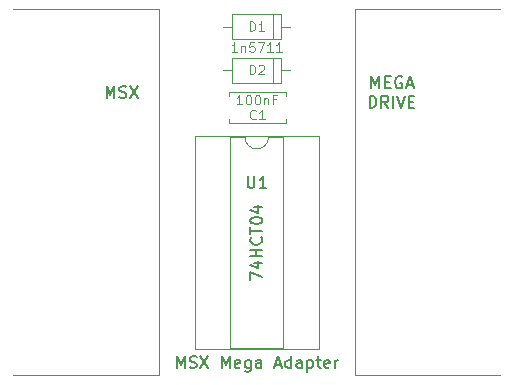
<source format=gto>
G04 #@! TF.GenerationSoftware,KiCad,Pcbnew,(5.1.8)-1*
G04 #@! TF.CreationDate,2021-03-27T16:05:23+01:00*
G04 #@! TF.ProjectId,MSX Mega Adapter,4d535820-4d65-4676-9120-416461707465,rev?*
G04 #@! TF.SameCoordinates,Original*
G04 #@! TF.FileFunction,Legend,Top*
G04 #@! TF.FilePolarity,Positive*
%FSLAX46Y46*%
G04 Gerber Fmt 4.6, Leading zero omitted, Abs format (unit mm)*
G04 Created by KiCad (PCBNEW (5.1.8)-1) date 2021-03-27 16:05:23*
%MOMM*%
%LPD*%
G01*
G04 APERTURE LIST*
%ADD10C,0.150000*%
%ADD11C,0.120000*%
%ADD12C,0.100000*%
G04 APERTURE END LIST*
D10*
X141160714Y-66302380D02*
X141160714Y-65302380D01*
X141494047Y-66016666D01*
X141827380Y-65302380D01*
X141827380Y-66302380D01*
X142303571Y-65778571D02*
X142636904Y-65778571D01*
X142779761Y-66302380D02*
X142303571Y-66302380D01*
X142303571Y-65302380D01*
X142779761Y-65302380D01*
X143732142Y-65350000D02*
X143636904Y-65302380D01*
X143494047Y-65302380D01*
X143351190Y-65350000D01*
X143255952Y-65445238D01*
X143208333Y-65540476D01*
X143160714Y-65730952D01*
X143160714Y-65873809D01*
X143208333Y-66064285D01*
X143255952Y-66159523D01*
X143351190Y-66254761D01*
X143494047Y-66302380D01*
X143589285Y-66302380D01*
X143732142Y-66254761D01*
X143779761Y-66207142D01*
X143779761Y-65873809D01*
X143589285Y-65873809D01*
X144160714Y-66016666D02*
X144636904Y-66016666D01*
X144065476Y-66302380D02*
X144398809Y-65302380D01*
X144732142Y-66302380D01*
X140994047Y-67952380D02*
X140994047Y-66952380D01*
X141232142Y-66952380D01*
X141375000Y-67000000D01*
X141470238Y-67095238D01*
X141517857Y-67190476D01*
X141565476Y-67380952D01*
X141565476Y-67523809D01*
X141517857Y-67714285D01*
X141470238Y-67809523D01*
X141375000Y-67904761D01*
X141232142Y-67952380D01*
X140994047Y-67952380D01*
X142565476Y-67952380D02*
X142232142Y-67476190D01*
X141994047Y-67952380D02*
X141994047Y-66952380D01*
X142375000Y-66952380D01*
X142470238Y-67000000D01*
X142517857Y-67047619D01*
X142565476Y-67142857D01*
X142565476Y-67285714D01*
X142517857Y-67380952D01*
X142470238Y-67428571D01*
X142375000Y-67476190D01*
X141994047Y-67476190D01*
X142994047Y-67952380D02*
X142994047Y-66952380D01*
X143327380Y-66952380D02*
X143660714Y-67952380D01*
X143994047Y-66952380D01*
X144327380Y-67428571D02*
X144660714Y-67428571D01*
X144803571Y-67952380D02*
X144327380Y-67952380D01*
X144327380Y-66952380D01*
X144803571Y-66952380D01*
X118729285Y-67127380D02*
X118729285Y-66127380D01*
X119062619Y-66841666D01*
X119395952Y-66127380D01*
X119395952Y-67127380D01*
X119824523Y-67079761D02*
X119967380Y-67127380D01*
X120205476Y-67127380D01*
X120300714Y-67079761D01*
X120348333Y-67032142D01*
X120395952Y-66936904D01*
X120395952Y-66841666D01*
X120348333Y-66746428D01*
X120300714Y-66698809D01*
X120205476Y-66651190D01*
X120015000Y-66603571D01*
X119919761Y-66555952D01*
X119872142Y-66508333D01*
X119824523Y-66413095D01*
X119824523Y-66317857D01*
X119872142Y-66222619D01*
X119919761Y-66175000D01*
X120015000Y-66127380D01*
X120253095Y-66127380D01*
X120395952Y-66175000D01*
X120729285Y-66127380D02*
X121395952Y-67127380D01*
X121395952Y-66127380D02*
X120729285Y-67127380D01*
X124683095Y-89987380D02*
X124683095Y-88987380D01*
X125016428Y-89701666D01*
X125349761Y-88987380D01*
X125349761Y-89987380D01*
X125778333Y-89939761D02*
X125921190Y-89987380D01*
X126159285Y-89987380D01*
X126254523Y-89939761D01*
X126302142Y-89892142D01*
X126349761Y-89796904D01*
X126349761Y-89701666D01*
X126302142Y-89606428D01*
X126254523Y-89558809D01*
X126159285Y-89511190D01*
X125968809Y-89463571D01*
X125873571Y-89415952D01*
X125825952Y-89368333D01*
X125778333Y-89273095D01*
X125778333Y-89177857D01*
X125825952Y-89082619D01*
X125873571Y-89035000D01*
X125968809Y-88987380D01*
X126206904Y-88987380D01*
X126349761Y-89035000D01*
X126683095Y-88987380D02*
X127349761Y-89987380D01*
X127349761Y-88987380D02*
X126683095Y-89987380D01*
X128492619Y-89987380D02*
X128492619Y-88987380D01*
X128825952Y-89701666D01*
X129159285Y-88987380D01*
X129159285Y-89987380D01*
X130016428Y-89939761D02*
X129921190Y-89987380D01*
X129730714Y-89987380D01*
X129635476Y-89939761D01*
X129587857Y-89844523D01*
X129587857Y-89463571D01*
X129635476Y-89368333D01*
X129730714Y-89320714D01*
X129921190Y-89320714D01*
X130016428Y-89368333D01*
X130064047Y-89463571D01*
X130064047Y-89558809D01*
X129587857Y-89654047D01*
X130921190Y-89320714D02*
X130921190Y-90130238D01*
X130873571Y-90225476D01*
X130825952Y-90273095D01*
X130730714Y-90320714D01*
X130587857Y-90320714D01*
X130492619Y-90273095D01*
X130921190Y-89939761D02*
X130825952Y-89987380D01*
X130635476Y-89987380D01*
X130540238Y-89939761D01*
X130492619Y-89892142D01*
X130445000Y-89796904D01*
X130445000Y-89511190D01*
X130492619Y-89415952D01*
X130540238Y-89368333D01*
X130635476Y-89320714D01*
X130825952Y-89320714D01*
X130921190Y-89368333D01*
X131825952Y-89987380D02*
X131825952Y-89463571D01*
X131778333Y-89368333D01*
X131683095Y-89320714D01*
X131492619Y-89320714D01*
X131397380Y-89368333D01*
X131825952Y-89939761D02*
X131730714Y-89987380D01*
X131492619Y-89987380D01*
X131397380Y-89939761D01*
X131349761Y-89844523D01*
X131349761Y-89749285D01*
X131397380Y-89654047D01*
X131492619Y-89606428D01*
X131730714Y-89606428D01*
X131825952Y-89558809D01*
X133016428Y-89701666D02*
X133492619Y-89701666D01*
X132921190Y-89987380D02*
X133254523Y-88987380D01*
X133587857Y-89987380D01*
X134349761Y-89987380D02*
X134349761Y-88987380D01*
X134349761Y-89939761D02*
X134254523Y-89987380D01*
X134064047Y-89987380D01*
X133968809Y-89939761D01*
X133921190Y-89892142D01*
X133873571Y-89796904D01*
X133873571Y-89511190D01*
X133921190Y-89415952D01*
X133968809Y-89368333D01*
X134064047Y-89320714D01*
X134254523Y-89320714D01*
X134349761Y-89368333D01*
X135254523Y-89987380D02*
X135254523Y-89463571D01*
X135206904Y-89368333D01*
X135111666Y-89320714D01*
X134921190Y-89320714D01*
X134825952Y-89368333D01*
X135254523Y-89939761D02*
X135159285Y-89987380D01*
X134921190Y-89987380D01*
X134825952Y-89939761D01*
X134778333Y-89844523D01*
X134778333Y-89749285D01*
X134825952Y-89654047D01*
X134921190Y-89606428D01*
X135159285Y-89606428D01*
X135254523Y-89558809D01*
X135730714Y-89320714D02*
X135730714Y-90320714D01*
X135730714Y-89368333D02*
X135825952Y-89320714D01*
X136016428Y-89320714D01*
X136111666Y-89368333D01*
X136159285Y-89415952D01*
X136206904Y-89511190D01*
X136206904Y-89796904D01*
X136159285Y-89892142D01*
X136111666Y-89939761D01*
X136016428Y-89987380D01*
X135825952Y-89987380D01*
X135730714Y-89939761D01*
X136492619Y-89320714D02*
X136873571Y-89320714D01*
X136635476Y-88987380D02*
X136635476Y-89844523D01*
X136683095Y-89939761D01*
X136778333Y-89987380D01*
X136873571Y-89987380D01*
X137587857Y-89939761D02*
X137492619Y-89987380D01*
X137302142Y-89987380D01*
X137206904Y-89939761D01*
X137159285Y-89844523D01*
X137159285Y-89463571D01*
X137206904Y-89368333D01*
X137302142Y-89320714D01*
X137492619Y-89320714D01*
X137587857Y-89368333D01*
X137635476Y-89463571D01*
X137635476Y-89558809D01*
X137159285Y-89654047D01*
X138064047Y-89987380D02*
X138064047Y-89320714D01*
X138064047Y-89511190D02*
X138111666Y-89415952D01*
X138159285Y-89368333D01*
X138254523Y-89320714D01*
X138349761Y-89320714D01*
D11*
X133895000Y-69255000D02*
X129075000Y-69255000D01*
X133895000Y-66635000D02*
X129075000Y-66635000D01*
X133895000Y-69255000D02*
X133895000Y-68941000D01*
X133895000Y-66949000D02*
X133895000Y-66635000D01*
X129075000Y-69255000D02*
X129075000Y-68941000D01*
X129075000Y-66949000D02*
X129075000Y-66635000D01*
X130445000Y-70425000D02*
X129195000Y-70425000D01*
X129195000Y-70425000D02*
X129195000Y-88325000D01*
X129195000Y-88325000D02*
X133695000Y-88325000D01*
X133695000Y-88325000D02*
X133695000Y-70425000D01*
X133695000Y-70425000D02*
X132445000Y-70425000D01*
X126195000Y-70365000D02*
X126195000Y-88385000D01*
X126195000Y-88385000D02*
X136695000Y-88385000D01*
X136695000Y-88385000D02*
X136695000Y-70365000D01*
X136695000Y-70365000D02*
X126195000Y-70365000D01*
X132445000Y-70425000D02*
G75*
G02*
X130445000Y-70425000I-1000000J0D01*
G01*
X123145000Y-90590000D02*
X110805000Y-90590000D01*
X123145000Y-59620000D02*
X123145000Y-90590000D01*
X110805000Y-59620000D02*
X123145000Y-59620000D01*
X139745000Y-59620000D02*
X152085000Y-59620000D01*
X139745000Y-90590000D02*
X139745000Y-59620000D01*
X152085000Y-90590000D02*
X139745000Y-90590000D01*
X132845000Y-65830000D02*
X132845000Y-63710000D01*
X128615000Y-64770000D02*
X129385000Y-64770000D01*
X134275000Y-64770000D02*
X133505000Y-64770000D01*
X129385000Y-65830000D02*
X133505000Y-65830000D01*
X129385000Y-63710000D02*
X129385000Y-65830000D01*
X133505000Y-63710000D02*
X129385000Y-63710000D01*
X133505000Y-65830000D02*
X133505000Y-63710000D01*
X133505000Y-62147000D02*
X133505000Y-60027000D01*
X133505000Y-60027000D02*
X129385000Y-60027000D01*
X129385000Y-60027000D02*
X129385000Y-62147000D01*
X129385000Y-62147000D02*
X133505000Y-62147000D01*
X134275000Y-61087000D02*
X133505000Y-61087000D01*
X128615000Y-61087000D02*
X129385000Y-61087000D01*
X132845000Y-62147000D02*
X132845000Y-60027000D01*
D12*
X131351666Y-68865714D02*
X131313571Y-68903809D01*
X131199285Y-68941904D01*
X131123095Y-68941904D01*
X131008809Y-68903809D01*
X130932619Y-68827619D01*
X130894523Y-68751428D01*
X130856428Y-68599047D01*
X130856428Y-68484761D01*
X130894523Y-68332380D01*
X130932619Y-68256190D01*
X131008809Y-68180000D01*
X131123095Y-68141904D01*
X131199285Y-68141904D01*
X131313571Y-68180000D01*
X131351666Y-68218095D01*
X132113571Y-68941904D02*
X131656428Y-68941904D01*
X131885000Y-68941904D02*
X131885000Y-68141904D01*
X131808809Y-68256190D01*
X131732619Y-68332380D01*
X131656428Y-68370476D01*
X130206904Y-67671904D02*
X129749761Y-67671904D01*
X129978333Y-67671904D02*
X129978333Y-66871904D01*
X129902142Y-66986190D01*
X129825952Y-67062380D01*
X129749761Y-67100476D01*
X130702142Y-66871904D02*
X130778333Y-66871904D01*
X130854523Y-66910000D01*
X130892619Y-66948095D01*
X130930714Y-67024285D01*
X130968809Y-67176666D01*
X130968809Y-67367142D01*
X130930714Y-67519523D01*
X130892619Y-67595714D01*
X130854523Y-67633809D01*
X130778333Y-67671904D01*
X130702142Y-67671904D01*
X130625952Y-67633809D01*
X130587857Y-67595714D01*
X130549761Y-67519523D01*
X130511666Y-67367142D01*
X130511666Y-67176666D01*
X130549761Y-67024285D01*
X130587857Y-66948095D01*
X130625952Y-66910000D01*
X130702142Y-66871904D01*
X131464047Y-66871904D02*
X131540238Y-66871904D01*
X131616428Y-66910000D01*
X131654523Y-66948095D01*
X131692619Y-67024285D01*
X131730714Y-67176666D01*
X131730714Y-67367142D01*
X131692619Y-67519523D01*
X131654523Y-67595714D01*
X131616428Y-67633809D01*
X131540238Y-67671904D01*
X131464047Y-67671904D01*
X131387857Y-67633809D01*
X131349761Y-67595714D01*
X131311666Y-67519523D01*
X131273571Y-67367142D01*
X131273571Y-67176666D01*
X131311666Y-67024285D01*
X131349761Y-66948095D01*
X131387857Y-66910000D01*
X131464047Y-66871904D01*
X132073571Y-67138571D02*
X132073571Y-67671904D01*
X132073571Y-67214761D02*
X132111666Y-67176666D01*
X132187857Y-67138571D01*
X132302142Y-67138571D01*
X132378333Y-67176666D01*
X132416428Y-67252857D01*
X132416428Y-67671904D01*
X133064047Y-67252857D02*
X132797380Y-67252857D01*
X132797380Y-67671904D02*
X132797380Y-66871904D01*
X133178333Y-66871904D01*
D10*
X130683095Y-73747380D02*
X130683095Y-74556904D01*
X130730714Y-74652142D01*
X130778333Y-74699761D01*
X130873571Y-74747380D01*
X131064047Y-74747380D01*
X131159285Y-74699761D01*
X131206904Y-74652142D01*
X131254523Y-74556904D01*
X131254523Y-73747380D01*
X132254523Y-74747380D02*
X131683095Y-74747380D01*
X131968809Y-74747380D02*
X131968809Y-73747380D01*
X131873571Y-73890238D01*
X131778333Y-73985476D01*
X131683095Y-74033095D01*
X130897380Y-82541666D02*
X130897380Y-81875000D01*
X131897380Y-82303571D01*
X131230714Y-81065476D02*
X131897380Y-81065476D01*
X130849761Y-81303571D02*
X131564047Y-81541666D01*
X131564047Y-80922619D01*
X131897380Y-80541666D02*
X130897380Y-80541666D01*
X131373571Y-80541666D02*
X131373571Y-79970238D01*
X131897380Y-79970238D02*
X130897380Y-79970238D01*
X131802142Y-78922619D02*
X131849761Y-78970238D01*
X131897380Y-79113095D01*
X131897380Y-79208333D01*
X131849761Y-79351190D01*
X131754523Y-79446428D01*
X131659285Y-79494047D01*
X131468809Y-79541666D01*
X131325952Y-79541666D01*
X131135476Y-79494047D01*
X131040238Y-79446428D01*
X130945000Y-79351190D01*
X130897380Y-79208333D01*
X130897380Y-79113095D01*
X130945000Y-78970238D01*
X130992619Y-78922619D01*
X130897380Y-78636904D02*
X130897380Y-78065476D01*
X131897380Y-78351190D02*
X130897380Y-78351190D01*
X130897380Y-77541666D02*
X130897380Y-77446428D01*
X130945000Y-77351190D01*
X130992619Y-77303571D01*
X131087857Y-77255952D01*
X131278333Y-77208333D01*
X131516428Y-77208333D01*
X131706904Y-77255952D01*
X131802142Y-77303571D01*
X131849761Y-77351190D01*
X131897380Y-77446428D01*
X131897380Y-77541666D01*
X131849761Y-77636904D01*
X131802142Y-77684523D01*
X131706904Y-77732142D01*
X131516428Y-77779761D01*
X131278333Y-77779761D01*
X131087857Y-77732142D01*
X130992619Y-77684523D01*
X130945000Y-77636904D01*
X130897380Y-77541666D01*
X131230714Y-76351190D02*
X131897380Y-76351190D01*
X130849761Y-76589285D02*
X131564047Y-76827380D01*
X131564047Y-76208333D01*
D12*
X130854523Y-65131904D02*
X130854523Y-64331904D01*
X131045000Y-64331904D01*
X131159285Y-64370000D01*
X131235476Y-64446190D01*
X131273571Y-64522380D01*
X131311666Y-64674761D01*
X131311666Y-64789047D01*
X131273571Y-64941428D01*
X131235476Y-65017619D01*
X131159285Y-65093809D01*
X131045000Y-65131904D01*
X130854523Y-65131904D01*
X131616428Y-64408095D02*
X131654523Y-64370000D01*
X131730714Y-64331904D01*
X131921190Y-64331904D01*
X131997380Y-64370000D01*
X132035476Y-64408095D01*
X132073571Y-64484285D01*
X132073571Y-64560476D01*
X132035476Y-64674761D01*
X131578333Y-65131904D01*
X132073571Y-65131904D01*
X129787857Y-63226904D02*
X129330714Y-63226904D01*
X129559285Y-63226904D02*
X129559285Y-62426904D01*
X129483095Y-62541190D01*
X129406904Y-62617380D01*
X129330714Y-62655476D01*
X130130714Y-62693571D02*
X130130714Y-63226904D01*
X130130714Y-62769761D02*
X130168809Y-62731666D01*
X130245000Y-62693571D01*
X130359285Y-62693571D01*
X130435476Y-62731666D01*
X130473571Y-62807857D01*
X130473571Y-63226904D01*
X131235476Y-62426904D02*
X130854523Y-62426904D01*
X130816428Y-62807857D01*
X130854523Y-62769761D01*
X130930714Y-62731666D01*
X131121190Y-62731666D01*
X131197380Y-62769761D01*
X131235476Y-62807857D01*
X131273571Y-62884047D01*
X131273571Y-63074523D01*
X131235476Y-63150714D01*
X131197380Y-63188809D01*
X131121190Y-63226904D01*
X130930714Y-63226904D01*
X130854523Y-63188809D01*
X130816428Y-63150714D01*
X131540238Y-62426904D02*
X132073571Y-62426904D01*
X131730714Y-63226904D01*
X132797380Y-63226904D02*
X132340238Y-63226904D01*
X132568809Y-63226904D02*
X132568809Y-62426904D01*
X132492619Y-62541190D01*
X132416428Y-62617380D01*
X132340238Y-62655476D01*
X133559285Y-63226904D02*
X133102142Y-63226904D01*
X133330714Y-63226904D02*
X133330714Y-62426904D01*
X133254523Y-62541190D01*
X133178333Y-62617380D01*
X133102142Y-62655476D01*
X130854523Y-61448904D02*
X130854523Y-60648904D01*
X131045000Y-60648904D01*
X131159285Y-60687000D01*
X131235476Y-60763190D01*
X131273571Y-60839380D01*
X131311666Y-60991761D01*
X131311666Y-61106047D01*
X131273571Y-61258428D01*
X131235476Y-61334619D01*
X131159285Y-61410809D01*
X131045000Y-61448904D01*
X130854523Y-61448904D01*
X132073571Y-61448904D02*
X131616428Y-61448904D01*
X131845000Y-61448904D02*
X131845000Y-60648904D01*
X131768809Y-60763190D01*
X131692619Y-60839380D01*
X131616428Y-60877476D01*
M02*

</source>
